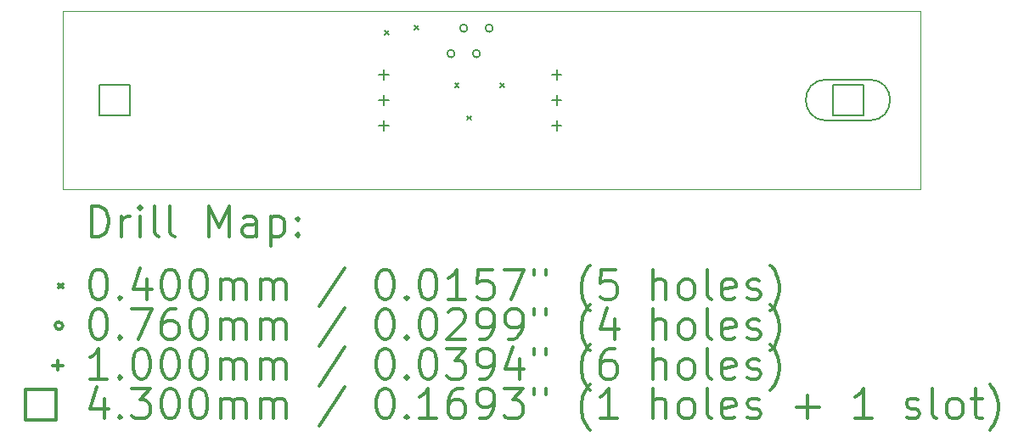
<source format=gbr>
%FSLAX45Y45*%
G04 Gerber Fmt 4.5, Leading zero omitted, Abs format (unit mm)*
G04 Created by KiCad (PCBNEW 5.1.10) date 2021-12-13 09:12:57*
%MOMM*%
%LPD*%
G01*
G04 APERTURE LIST*
%TA.AperFunction,Profile*%
%ADD10C,0.100000*%
%TD*%
%ADD11C,0.200000*%
%ADD12C,0.300000*%
G04 APERTURE END LIST*
D10*
X17980000Y-9510000D02*
X18410000Y-9510000D01*
X17980000Y-7730000D02*
X18410000Y-7730000D01*
X18410000Y-7730000D02*
X18410000Y-8600000D01*
X9860000Y-7730000D02*
X17980000Y-7730000D01*
X9860000Y-8600000D02*
X9860000Y-7730000D01*
X9860000Y-9510000D02*
X17980000Y-9510000D01*
X18410000Y-8600000D02*
X18410000Y-9510000D01*
X9860000Y-8600000D02*
X9860000Y-9510000D01*
D11*
X13065000Y-7930000D02*
X13105000Y-7970000D01*
X13105000Y-7930000D02*
X13065000Y-7970000D01*
X13365000Y-7880000D02*
X13405000Y-7920000D01*
X13405000Y-7880000D02*
X13365000Y-7920000D01*
X13765000Y-8455000D02*
X13805000Y-8495000D01*
X13805000Y-8455000D02*
X13765000Y-8495000D01*
X13890000Y-8780000D02*
X13930000Y-8820000D01*
X13930000Y-8780000D02*
X13890000Y-8820000D01*
X14215000Y-8455000D02*
X14255000Y-8495000D01*
X14255000Y-8455000D02*
X14215000Y-8495000D01*
X13764500Y-8157000D02*
G75*
G03*
X13764500Y-8157000I-38000J0D01*
G01*
X13891500Y-7903000D02*
G75*
G03*
X13891500Y-7903000I-38000J0D01*
G01*
X14018500Y-8157000D02*
G75*
G03*
X14018500Y-8157000I-38000J0D01*
G01*
X14145500Y-7903000D02*
G75*
G03*
X14145500Y-7903000I-38000J0D01*
G01*
X13060000Y-8317500D02*
X13060000Y-8417500D01*
X13010000Y-8367500D02*
X13110000Y-8367500D01*
X13060000Y-8571500D02*
X13060000Y-8671500D01*
X13010000Y-8621500D02*
X13110000Y-8621500D01*
X13060000Y-8825500D02*
X13060000Y-8925500D01*
X13010000Y-8875500D02*
X13110000Y-8875500D01*
X14780000Y-8314500D02*
X14780000Y-8414500D01*
X14730000Y-8364500D02*
X14830000Y-8364500D01*
X14780000Y-8568500D02*
X14780000Y-8668500D01*
X14730000Y-8618500D02*
X14830000Y-8618500D01*
X14780000Y-8822500D02*
X14780000Y-8922500D01*
X14730000Y-8872500D02*
X14830000Y-8872500D01*
X10522029Y-8772029D02*
X10522029Y-8467971D01*
X10217971Y-8467971D01*
X10217971Y-8772029D01*
X10522029Y-8772029D01*
X17837029Y-8772029D02*
X17837029Y-8467971D01*
X17532971Y-8467971D01*
X17532971Y-8772029D01*
X17837029Y-8772029D01*
X17470000Y-8825000D02*
X17900000Y-8825000D01*
X17470000Y-8415000D02*
X17900000Y-8415000D01*
X17900000Y-8825000D02*
G75*
G03*
X17900000Y-8415000I0J205000D01*
G01*
X17470000Y-8415000D02*
G75*
G03*
X17470000Y-8825000I0J-205000D01*
G01*
D12*
X10141428Y-9980714D02*
X10141428Y-9680714D01*
X10212857Y-9680714D01*
X10255714Y-9695000D01*
X10284286Y-9723572D01*
X10298571Y-9752143D01*
X10312857Y-9809286D01*
X10312857Y-9852143D01*
X10298571Y-9909286D01*
X10284286Y-9937857D01*
X10255714Y-9966429D01*
X10212857Y-9980714D01*
X10141428Y-9980714D01*
X10441428Y-9980714D02*
X10441428Y-9780714D01*
X10441428Y-9837857D02*
X10455714Y-9809286D01*
X10470000Y-9795000D01*
X10498571Y-9780714D01*
X10527143Y-9780714D01*
X10627143Y-9980714D02*
X10627143Y-9780714D01*
X10627143Y-9680714D02*
X10612857Y-9695000D01*
X10627143Y-9709286D01*
X10641428Y-9695000D01*
X10627143Y-9680714D01*
X10627143Y-9709286D01*
X10812857Y-9980714D02*
X10784286Y-9966429D01*
X10770000Y-9937857D01*
X10770000Y-9680714D01*
X10970000Y-9980714D02*
X10941428Y-9966429D01*
X10927143Y-9937857D01*
X10927143Y-9680714D01*
X11312857Y-9980714D02*
X11312857Y-9680714D01*
X11412857Y-9895000D01*
X11512857Y-9680714D01*
X11512857Y-9980714D01*
X11784286Y-9980714D02*
X11784286Y-9823572D01*
X11770000Y-9795000D01*
X11741428Y-9780714D01*
X11684286Y-9780714D01*
X11655714Y-9795000D01*
X11784286Y-9966429D02*
X11755714Y-9980714D01*
X11684286Y-9980714D01*
X11655714Y-9966429D01*
X11641428Y-9937857D01*
X11641428Y-9909286D01*
X11655714Y-9880714D01*
X11684286Y-9866429D01*
X11755714Y-9866429D01*
X11784286Y-9852143D01*
X11927143Y-9780714D02*
X11927143Y-10080714D01*
X11927143Y-9795000D02*
X11955714Y-9780714D01*
X12012857Y-9780714D01*
X12041428Y-9795000D01*
X12055714Y-9809286D01*
X12070000Y-9837857D01*
X12070000Y-9923572D01*
X12055714Y-9952143D01*
X12041428Y-9966429D01*
X12012857Y-9980714D01*
X11955714Y-9980714D01*
X11927143Y-9966429D01*
X12198571Y-9952143D02*
X12212857Y-9966429D01*
X12198571Y-9980714D01*
X12184286Y-9966429D01*
X12198571Y-9952143D01*
X12198571Y-9980714D01*
X12198571Y-9795000D02*
X12212857Y-9809286D01*
X12198571Y-9823572D01*
X12184286Y-9809286D01*
X12198571Y-9795000D01*
X12198571Y-9823572D01*
X9815000Y-10455000D02*
X9855000Y-10495000D01*
X9855000Y-10455000D02*
X9815000Y-10495000D01*
X10198571Y-10310714D02*
X10227143Y-10310714D01*
X10255714Y-10325000D01*
X10270000Y-10339286D01*
X10284286Y-10367857D01*
X10298571Y-10425000D01*
X10298571Y-10496429D01*
X10284286Y-10553572D01*
X10270000Y-10582143D01*
X10255714Y-10596429D01*
X10227143Y-10610714D01*
X10198571Y-10610714D01*
X10170000Y-10596429D01*
X10155714Y-10582143D01*
X10141428Y-10553572D01*
X10127143Y-10496429D01*
X10127143Y-10425000D01*
X10141428Y-10367857D01*
X10155714Y-10339286D01*
X10170000Y-10325000D01*
X10198571Y-10310714D01*
X10427143Y-10582143D02*
X10441428Y-10596429D01*
X10427143Y-10610714D01*
X10412857Y-10596429D01*
X10427143Y-10582143D01*
X10427143Y-10610714D01*
X10698571Y-10410714D02*
X10698571Y-10610714D01*
X10627143Y-10296429D02*
X10555714Y-10510714D01*
X10741428Y-10510714D01*
X10912857Y-10310714D02*
X10941428Y-10310714D01*
X10970000Y-10325000D01*
X10984286Y-10339286D01*
X10998571Y-10367857D01*
X11012857Y-10425000D01*
X11012857Y-10496429D01*
X10998571Y-10553572D01*
X10984286Y-10582143D01*
X10970000Y-10596429D01*
X10941428Y-10610714D01*
X10912857Y-10610714D01*
X10884286Y-10596429D01*
X10870000Y-10582143D01*
X10855714Y-10553572D01*
X10841428Y-10496429D01*
X10841428Y-10425000D01*
X10855714Y-10367857D01*
X10870000Y-10339286D01*
X10884286Y-10325000D01*
X10912857Y-10310714D01*
X11198571Y-10310714D02*
X11227143Y-10310714D01*
X11255714Y-10325000D01*
X11270000Y-10339286D01*
X11284286Y-10367857D01*
X11298571Y-10425000D01*
X11298571Y-10496429D01*
X11284286Y-10553572D01*
X11270000Y-10582143D01*
X11255714Y-10596429D01*
X11227143Y-10610714D01*
X11198571Y-10610714D01*
X11170000Y-10596429D01*
X11155714Y-10582143D01*
X11141428Y-10553572D01*
X11127143Y-10496429D01*
X11127143Y-10425000D01*
X11141428Y-10367857D01*
X11155714Y-10339286D01*
X11170000Y-10325000D01*
X11198571Y-10310714D01*
X11427143Y-10610714D02*
X11427143Y-10410714D01*
X11427143Y-10439286D02*
X11441428Y-10425000D01*
X11470000Y-10410714D01*
X11512857Y-10410714D01*
X11541428Y-10425000D01*
X11555714Y-10453572D01*
X11555714Y-10610714D01*
X11555714Y-10453572D02*
X11570000Y-10425000D01*
X11598571Y-10410714D01*
X11641428Y-10410714D01*
X11670000Y-10425000D01*
X11684286Y-10453572D01*
X11684286Y-10610714D01*
X11827143Y-10610714D02*
X11827143Y-10410714D01*
X11827143Y-10439286D02*
X11841428Y-10425000D01*
X11870000Y-10410714D01*
X11912857Y-10410714D01*
X11941428Y-10425000D01*
X11955714Y-10453572D01*
X11955714Y-10610714D01*
X11955714Y-10453572D02*
X11970000Y-10425000D01*
X11998571Y-10410714D01*
X12041428Y-10410714D01*
X12070000Y-10425000D01*
X12084286Y-10453572D01*
X12084286Y-10610714D01*
X12670000Y-10296429D02*
X12412857Y-10682143D01*
X13055714Y-10310714D02*
X13084286Y-10310714D01*
X13112857Y-10325000D01*
X13127143Y-10339286D01*
X13141428Y-10367857D01*
X13155714Y-10425000D01*
X13155714Y-10496429D01*
X13141428Y-10553572D01*
X13127143Y-10582143D01*
X13112857Y-10596429D01*
X13084286Y-10610714D01*
X13055714Y-10610714D01*
X13027143Y-10596429D01*
X13012857Y-10582143D01*
X12998571Y-10553572D01*
X12984286Y-10496429D01*
X12984286Y-10425000D01*
X12998571Y-10367857D01*
X13012857Y-10339286D01*
X13027143Y-10325000D01*
X13055714Y-10310714D01*
X13284286Y-10582143D02*
X13298571Y-10596429D01*
X13284286Y-10610714D01*
X13270000Y-10596429D01*
X13284286Y-10582143D01*
X13284286Y-10610714D01*
X13484286Y-10310714D02*
X13512857Y-10310714D01*
X13541428Y-10325000D01*
X13555714Y-10339286D01*
X13570000Y-10367857D01*
X13584286Y-10425000D01*
X13584286Y-10496429D01*
X13570000Y-10553572D01*
X13555714Y-10582143D01*
X13541428Y-10596429D01*
X13512857Y-10610714D01*
X13484286Y-10610714D01*
X13455714Y-10596429D01*
X13441428Y-10582143D01*
X13427143Y-10553572D01*
X13412857Y-10496429D01*
X13412857Y-10425000D01*
X13427143Y-10367857D01*
X13441428Y-10339286D01*
X13455714Y-10325000D01*
X13484286Y-10310714D01*
X13870000Y-10610714D02*
X13698571Y-10610714D01*
X13784286Y-10610714D02*
X13784286Y-10310714D01*
X13755714Y-10353572D01*
X13727143Y-10382143D01*
X13698571Y-10396429D01*
X14141428Y-10310714D02*
X13998571Y-10310714D01*
X13984286Y-10453572D01*
X13998571Y-10439286D01*
X14027143Y-10425000D01*
X14098571Y-10425000D01*
X14127143Y-10439286D01*
X14141428Y-10453572D01*
X14155714Y-10482143D01*
X14155714Y-10553572D01*
X14141428Y-10582143D01*
X14127143Y-10596429D01*
X14098571Y-10610714D01*
X14027143Y-10610714D01*
X13998571Y-10596429D01*
X13984286Y-10582143D01*
X14255714Y-10310714D02*
X14455714Y-10310714D01*
X14327143Y-10610714D01*
X14555714Y-10310714D02*
X14555714Y-10367857D01*
X14670000Y-10310714D02*
X14670000Y-10367857D01*
X15112857Y-10725000D02*
X15098571Y-10710714D01*
X15070000Y-10667857D01*
X15055714Y-10639286D01*
X15041428Y-10596429D01*
X15027143Y-10525000D01*
X15027143Y-10467857D01*
X15041428Y-10396429D01*
X15055714Y-10353572D01*
X15070000Y-10325000D01*
X15098571Y-10282143D01*
X15112857Y-10267857D01*
X15370000Y-10310714D02*
X15227143Y-10310714D01*
X15212857Y-10453572D01*
X15227143Y-10439286D01*
X15255714Y-10425000D01*
X15327143Y-10425000D01*
X15355714Y-10439286D01*
X15370000Y-10453572D01*
X15384286Y-10482143D01*
X15384286Y-10553572D01*
X15370000Y-10582143D01*
X15355714Y-10596429D01*
X15327143Y-10610714D01*
X15255714Y-10610714D01*
X15227143Y-10596429D01*
X15212857Y-10582143D01*
X15741428Y-10610714D02*
X15741428Y-10310714D01*
X15870000Y-10610714D02*
X15870000Y-10453572D01*
X15855714Y-10425000D01*
X15827143Y-10410714D01*
X15784286Y-10410714D01*
X15755714Y-10425000D01*
X15741428Y-10439286D01*
X16055714Y-10610714D02*
X16027143Y-10596429D01*
X16012857Y-10582143D01*
X15998571Y-10553572D01*
X15998571Y-10467857D01*
X16012857Y-10439286D01*
X16027143Y-10425000D01*
X16055714Y-10410714D01*
X16098571Y-10410714D01*
X16127143Y-10425000D01*
X16141428Y-10439286D01*
X16155714Y-10467857D01*
X16155714Y-10553572D01*
X16141428Y-10582143D01*
X16127143Y-10596429D01*
X16098571Y-10610714D01*
X16055714Y-10610714D01*
X16327143Y-10610714D02*
X16298571Y-10596429D01*
X16284286Y-10567857D01*
X16284286Y-10310714D01*
X16555714Y-10596429D02*
X16527143Y-10610714D01*
X16470000Y-10610714D01*
X16441428Y-10596429D01*
X16427143Y-10567857D01*
X16427143Y-10453572D01*
X16441428Y-10425000D01*
X16470000Y-10410714D01*
X16527143Y-10410714D01*
X16555714Y-10425000D01*
X16570000Y-10453572D01*
X16570000Y-10482143D01*
X16427143Y-10510714D01*
X16684286Y-10596429D02*
X16712857Y-10610714D01*
X16770000Y-10610714D01*
X16798571Y-10596429D01*
X16812857Y-10567857D01*
X16812857Y-10553572D01*
X16798571Y-10525000D01*
X16770000Y-10510714D01*
X16727143Y-10510714D01*
X16698571Y-10496429D01*
X16684286Y-10467857D01*
X16684286Y-10453572D01*
X16698571Y-10425000D01*
X16727143Y-10410714D01*
X16770000Y-10410714D01*
X16798571Y-10425000D01*
X16912857Y-10725000D02*
X16927143Y-10710714D01*
X16955714Y-10667857D01*
X16970000Y-10639286D01*
X16984286Y-10596429D01*
X16998571Y-10525000D01*
X16998571Y-10467857D01*
X16984286Y-10396429D01*
X16970000Y-10353572D01*
X16955714Y-10325000D01*
X16927143Y-10282143D01*
X16912857Y-10267857D01*
X9855000Y-10871000D02*
G75*
G03*
X9855000Y-10871000I-38000J0D01*
G01*
X10198571Y-10706714D02*
X10227143Y-10706714D01*
X10255714Y-10721000D01*
X10270000Y-10735286D01*
X10284286Y-10763857D01*
X10298571Y-10821000D01*
X10298571Y-10892429D01*
X10284286Y-10949572D01*
X10270000Y-10978143D01*
X10255714Y-10992429D01*
X10227143Y-11006714D01*
X10198571Y-11006714D01*
X10170000Y-10992429D01*
X10155714Y-10978143D01*
X10141428Y-10949572D01*
X10127143Y-10892429D01*
X10127143Y-10821000D01*
X10141428Y-10763857D01*
X10155714Y-10735286D01*
X10170000Y-10721000D01*
X10198571Y-10706714D01*
X10427143Y-10978143D02*
X10441428Y-10992429D01*
X10427143Y-11006714D01*
X10412857Y-10992429D01*
X10427143Y-10978143D01*
X10427143Y-11006714D01*
X10541428Y-10706714D02*
X10741428Y-10706714D01*
X10612857Y-11006714D01*
X10984286Y-10706714D02*
X10927143Y-10706714D01*
X10898571Y-10721000D01*
X10884286Y-10735286D01*
X10855714Y-10778143D01*
X10841428Y-10835286D01*
X10841428Y-10949572D01*
X10855714Y-10978143D01*
X10870000Y-10992429D01*
X10898571Y-11006714D01*
X10955714Y-11006714D01*
X10984286Y-10992429D01*
X10998571Y-10978143D01*
X11012857Y-10949572D01*
X11012857Y-10878143D01*
X10998571Y-10849572D01*
X10984286Y-10835286D01*
X10955714Y-10821000D01*
X10898571Y-10821000D01*
X10870000Y-10835286D01*
X10855714Y-10849572D01*
X10841428Y-10878143D01*
X11198571Y-10706714D02*
X11227143Y-10706714D01*
X11255714Y-10721000D01*
X11270000Y-10735286D01*
X11284286Y-10763857D01*
X11298571Y-10821000D01*
X11298571Y-10892429D01*
X11284286Y-10949572D01*
X11270000Y-10978143D01*
X11255714Y-10992429D01*
X11227143Y-11006714D01*
X11198571Y-11006714D01*
X11170000Y-10992429D01*
X11155714Y-10978143D01*
X11141428Y-10949572D01*
X11127143Y-10892429D01*
X11127143Y-10821000D01*
X11141428Y-10763857D01*
X11155714Y-10735286D01*
X11170000Y-10721000D01*
X11198571Y-10706714D01*
X11427143Y-11006714D02*
X11427143Y-10806714D01*
X11427143Y-10835286D02*
X11441428Y-10821000D01*
X11470000Y-10806714D01*
X11512857Y-10806714D01*
X11541428Y-10821000D01*
X11555714Y-10849572D01*
X11555714Y-11006714D01*
X11555714Y-10849572D02*
X11570000Y-10821000D01*
X11598571Y-10806714D01*
X11641428Y-10806714D01*
X11670000Y-10821000D01*
X11684286Y-10849572D01*
X11684286Y-11006714D01*
X11827143Y-11006714D02*
X11827143Y-10806714D01*
X11827143Y-10835286D02*
X11841428Y-10821000D01*
X11870000Y-10806714D01*
X11912857Y-10806714D01*
X11941428Y-10821000D01*
X11955714Y-10849572D01*
X11955714Y-11006714D01*
X11955714Y-10849572D02*
X11970000Y-10821000D01*
X11998571Y-10806714D01*
X12041428Y-10806714D01*
X12070000Y-10821000D01*
X12084286Y-10849572D01*
X12084286Y-11006714D01*
X12670000Y-10692429D02*
X12412857Y-11078143D01*
X13055714Y-10706714D02*
X13084286Y-10706714D01*
X13112857Y-10721000D01*
X13127143Y-10735286D01*
X13141428Y-10763857D01*
X13155714Y-10821000D01*
X13155714Y-10892429D01*
X13141428Y-10949572D01*
X13127143Y-10978143D01*
X13112857Y-10992429D01*
X13084286Y-11006714D01*
X13055714Y-11006714D01*
X13027143Y-10992429D01*
X13012857Y-10978143D01*
X12998571Y-10949572D01*
X12984286Y-10892429D01*
X12984286Y-10821000D01*
X12998571Y-10763857D01*
X13012857Y-10735286D01*
X13027143Y-10721000D01*
X13055714Y-10706714D01*
X13284286Y-10978143D02*
X13298571Y-10992429D01*
X13284286Y-11006714D01*
X13270000Y-10992429D01*
X13284286Y-10978143D01*
X13284286Y-11006714D01*
X13484286Y-10706714D02*
X13512857Y-10706714D01*
X13541428Y-10721000D01*
X13555714Y-10735286D01*
X13570000Y-10763857D01*
X13584286Y-10821000D01*
X13584286Y-10892429D01*
X13570000Y-10949572D01*
X13555714Y-10978143D01*
X13541428Y-10992429D01*
X13512857Y-11006714D01*
X13484286Y-11006714D01*
X13455714Y-10992429D01*
X13441428Y-10978143D01*
X13427143Y-10949572D01*
X13412857Y-10892429D01*
X13412857Y-10821000D01*
X13427143Y-10763857D01*
X13441428Y-10735286D01*
X13455714Y-10721000D01*
X13484286Y-10706714D01*
X13698571Y-10735286D02*
X13712857Y-10721000D01*
X13741428Y-10706714D01*
X13812857Y-10706714D01*
X13841428Y-10721000D01*
X13855714Y-10735286D01*
X13870000Y-10763857D01*
X13870000Y-10792429D01*
X13855714Y-10835286D01*
X13684286Y-11006714D01*
X13870000Y-11006714D01*
X14012857Y-11006714D02*
X14070000Y-11006714D01*
X14098571Y-10992429D01*
X14112857Y-10978143D01*
X14141428Y-10935286D01*
X14155714Y-10878143D01*
X14155714Y-10763857D01*
X14141428Y-10735286D01*
X14127143Y-10721000D01*
X14098571Y-10706714D01*
X14041428Y-10706714D01*
X14012857Y-10721000D01*
X13998571Y-10735286D01*
X13984286Y-10763857D01*
X13984286Y-10835286D01*
X13998571Y-10863857D01*
X14012857Y-10878143D01*
X14041428Y-10892429D01*
X14098571Y-10892429D01*
X14127143Y-10878143D01*
X14141428Y-10863857D01*
X14155714Y-10835286D01*
X14298571Y-11006714D02*
X14355714Y-11006714D01*
X14384286Y-10992429D01*
X14398571Y-10978143D01*
X14427143Y-10935286D01*
X14441428Y-10878143D01*
X14441428Y-10763857D01*
X14427143Y-10735286D01*
X14412857Y-10721000D01*
X14384286Y-10706714D01*
X14327143Y-10706714D01*
X14298571Y-10721000D01*
X14284286Y-10735286D01*
X14270000Y-10763857D01*
X14270000Y-10835286D01*
X14284286Y-10863857D01*
X14298571Y-10878143D01*
X14327143Y-10892429D01*
X14384286Y-10892429D01*
X14412857Y-10878143D01*
X14427143Y-10863857D01*
X14441428Y-10835286D01*
X14555714Y-10706714D02*
X14555714Y-10763857D01*
X14670000Y-10706714D02*
X14670000Y-10763857D01*
X15112857Y-11121000D02*
X15098571Y-11106714D01*
X15070000Y-11063857D01*
X15055714Y-11035286D01*
X15041428Y-10992429D01*
X15027143Y-10921000D01*
X15027143Y-10863857D01*
X15041428Y-10792429D01*
X15055714Y-10749572D01*
X15070000Y-10721000D01*
X15098571Y-10678143D01*
X15112857Y-10663857D01*
X15355714Y-10806714D02*
X15355714Y-11006714D01*
X15284286Y-10692429D02*
X15212857Y-10906714D01*
X15398571Y-10906714D01*
X15741428Y-11006714D02*
X15741428Y-10706714D01*
X15870000Y-11006714D02*
X15870000Y-10849572D01*
X15855714Y-10821000D01*
X15827143Y-10806714D01*
X15784286Y-10806714D01*
X15755714Y-10821000D01*
X15741428Y-10835286D01*
X16055714Y-11006714D02*
X16027143Y-10992429D01*
X16012857Y-10978143D01*
X15998571Y-10949572D01*
X15998571Y-10863857D01*
X16012857Y-10835286D01*
X16027143Y-10821000D01*
X16055714Y-10806714D01*
X16098571Y-10806714D01*
X16127143Y-10821000D01*
X16141428Y-10835286D01*
X16155714Y-10863857D01*
X16155714Y-10949572D01*
X16141428Y-10978143D01*
X16127143Y-10992429D01*
X16098571Y-11006714D01*
X16055714Y-11006714D01*
X16327143Y-11006714D02*
X16298571Y-10992429D01*
X16284286Y-10963857D01*
X16284286Y-10706714D01*
X16555714Y-10992429D02*
X16527143Y-11006714D01*
X16470000Y-11006714D01*
X16441428Y-10992429D01*
X16427143Y-10963857D01*
X16427143Y-10849572D01*
X16441428Y-10821000D01*
X16470000Y-10806714D01*
X16527143Y-10806714D01*
X16555714Y-10821000D01*
X16570000Y-10849572D01*
X16570000Y-10878143D01*
X16427143Y-10906714D01*
X16684286Y-10992429D02*
X16712857Y-11006714D01*
X16770000Y-11006714D01*
X16798571Y-10992429D01*
X16812857Y-10963857D01*
X16812857Y-10949572D01*
X16798571Y-10921000D01*
X16770000Y-10906714D01*
X16727143Y-10906714D01*
X16698571Y-10892429D01*
X16684286Y-10863857D01*
X16684286Y-10849572D01*
X16698571Y-10821000D01*
X16727143Y-10806714D01*
X16770000Y-10806714D01*
X16798571Y-10821000D01*
X16912857Y-11121000D02*
X16927143Y-11106714D01*
X16955714Y-11063857D01*
X16970000Y-11035286D01*
X16984286Y-10992429D01*
X16998571Y-10921000D01*
X16998571Y-10863857D01*
X16984286Y-10792429D01*
X16970000Y-10749572D01*
X16955714Y-10721000D01*
X16927143Y-10678143D01*
X16912857Y-10663857D01*
X9805000Y-11217000D02*
X9805000Y-11317000D01*
X9755000Y-11267000D02*
X9855000Y-11267000D01*
X10298571Y-11402714D02*
X10127143Y-11402714D01*
X10212857Y-11402714D02*
X10212857Y-11102714D01*
X10184286Y-11145572D01*
X10155714Y-11174143D01*
X10127143Y-11188429D01*
X10427143Y-11374143D02*
X10441428Y-11388429D01*
X10427143Y-11402714D01*
X10412857Y-11388429D01*
X10427143Y-11374143D01*
X10427143Y-11402714D01*
X10627143Y-11102714D02*
X10655714Y-11102714D01*
X10684286Y-11117000D01*
X10698571Y-11131286D01*
X10712857Y-11159857D01*
X10727143Y-11217000D01*
X10727143Y-11288429D01*
X10712857Y-11345571D01*
X10698571Y-11374143D01*
X10684286Y-11388429D01*
X10655714Y-11402714D01*
X10627143Y-11402714D01*
X10598571Y-11388429D01*
X10584286Y-11374143D01*
X10570000Y-11345571D01*
X10555714Y-11288429D01*
X10555714Y-11217000D01*
X10570000Y-11159857D01*
X10584286Y-11131286D01*
X10598571Y-11117000D01*
X10627143Y-11102714D01*
X10912857Y-11102714D02*
X10941428Y-11102714D01*
X10970000Y-11117000D01*
X10984286Y-11131286D01*
X10998571Y-11159857D01*
X11012857Y-11217000D01*
X11012857Y-11288429D01*
X10998571Y-11345571D01*
X10984286Y-11374143D01*
X10970000Y-11388429D01*
X10941428Y-11402714D01*
X10912857Y-11402714D01*
X10884286Y-11388429D01*
X10870000Y-11374143D01*
X10855714Y-11345571D01*
X10841428Y-11288429D01*
X10841428Y-11217000D01*
X10855714Y-11159857D01*
X10870000Y-11131286D01*
X10884286Y-11117000D01*
X10912857Y-11102714D01*
X11198571Y-11102714D02*
X11227143Y-11102714D01*
X11255714Y-11117000D01*
X11270000Y-11131286D01*
X11284286Y-11159857D01*
X11298571Y-11217000D01*
X11298571Y-11288429D01*
X11284286Y-11345571D01*
X11270000Y-11374143D01*
X11255714Y-11388429D01*
X11227143Y-11402714D01*
X11198571Y-11402714D01*
X11170000Y-11388429D01*
X11155714Y-11374143D01*
X11141428Y-11345571D01*
X11127143Y-11288429D01*
X11127143Y-11217000D01*
X11141428Y-11159857D01*
X11155714Y-11131286D01*
X11170000Y-11117000D01*
X11198571Y-11102714D01*
X11427143Y-11402714D02*
X11427143Y-11202714D01*
X11427143Y-11231286D02*
X11441428Y-11217000D01*
X11470000Y-11202714D01*
X11512857Y-11202714D01*
X11541428Y-11217000D01*
X11555714Y-11245571D01*
X11555714Y-11402714D01*
X11555714Y-11245571D02*
X11570000Y-11217000D01*
X11598571Y-11202714D01*
X11641428Y-11202714D01*
X11670000Y-11217000D01*
X11684286Y-11245571D01*
X11684286Y-11402714D01*
X11827143Y-11402714D02*
X11827143Y-11202714D01*
X11827143Y-11231286D02*
X11841428Y-11217000D01*
X11870000Y-11202714D01*
X11912857Y-11202714D01*
X11941428Y-11217000D01*
X11955714Y-11245571D01*
X11955714Y-11402714D01*
X11955714Y-11245571D02*
X11970000Y-11217000D01*
X11998571Y-11202714D01*
X12041428Y-11202714D01*
X12070000Y-11217000D01*
X12084286Y-11245571D01*
X12084286Y-11402714D01*
X12670000Y-11088429D02*
X12412857Y-11474143D01*
X13055714Y-11102714D02*
X13084286Y-11102714D01*
X13112857Y-11117000D01*
X13127143Y-11131286D01*
X13141428Y-11159857D01*
X13155714Y-11217000D01*
X13155714Y-11288429D01*
X13141428Y-11345571D01*
X13127143Y-11374143D01*
X13112857Y-11388429D01*
X13084286Y-11402714D01*
X13055714Y-11402714D01*
X13027143Y-11388429D01*
X13012857Y-11374143D01*
X12998571Y-11345571D01*
X12984286Y-11288429D01*
X12984286Y-11217000D01*
X12998571Y-11159857D01*
X13012857Y-11131286D01*
X13027143Y-11117000D01*
X13055714Y-11102714D01*
X13284286Y-11374143D02*
X13298571Y-11388429D01*
X13284286Y-11402714D01*
X13270000Y-11388429D01*
X13284286Y-11374143D01*
X13284286Y-11402714D01*
X13484286Y-11102714D02*
X13512857Y-11102714D01*
X13541428Y-11117000D01*
X13555714Y-11131286D01*
X13570000Y-11159857D01*
X13584286Y-11217000D01*
X13584286Y-11288429D01*
X13570000Y-11345571D01*
X13555714Y-11374143D01*
X13541428Y-11388429D01*
X13512857Y-11402714D01*
X13484286Y-11402714D01*
X13455714Y-11388429D01*
X13441428Y-11374143D01*
X13427143Y-11345571D01*
X13412857Y-11288429D01*
X13412857Y-11217000D01*
X13427143Y-11159857D01*
X13441428Y-11131286D01*
X13455714Y-11117000D01*
X13484286Y-11102714D01*
X13684286Y-11102714D02*
X13870000Y-11102714D01*
X13770000Y-11217000D01*
X13812857Y-11217000D01*
X13841428Y-11231286D01*
X13855714Y-11245571D01*
X13870000Y-11274143D01*
X13870000Y-11345571D01*
X13855714Y-11374143D01*
X13841428Y-11388429D01*
X13812857Y-11402714D01*
X13727143Y-11402714D01*
X13698571Y-11388429D01*
X13684286Y-11374143D01*
X14012857Y-11402714D02*
X14070000Y-11402714D01*
X14098571Y-11388429D01*
X14112857Y-11374143D01*
X14141428Y-11331286D01*
X14155714Y-11274143D01*
X14155714Y-11159857D01*
X14141428Y-11131286D01*
X14127143Y-11117000D01*
X14098571Y-11102714D01*
X14041428Y-11102714D01*
X14012857Y-11117000D01*
X13998571Y-11131286D01*
X13984286Y-11159857D01*
X13984286Y-11231286D01*
X13998571Y-11259857D01*
X14012857Y-11274143D01*
X14041428Y-11288429D01*
X14098571Y-11288429D01*
X14127143Y-11274143D01*
X14141428Y-11259857D01*
X14155714Y-11231286D01*
X14412857Y-11202714D02*
X14412857Y-11402714D01*
X14341428Y-11088429D02*
X14270000Y-11302714D01*
X14455714Y-11302714D01*
X14555714Y-11102714D02*
X14555714Y-11159857D01*
X14670000Y-11102714D02*
X14670000Y-11159857D01*
X15112857Y-11517000D02*
X15098571Y-11502714D01*
X15070000Y-11459857D01*
X15055714Y-11431286D01*
X15041428Y-11388429D01*
X15027143Y-11317000D01*
X15027143Y-11259857D01*
X15041428Y-11188429D01*
X15055714Y-11145572D01*
X15070000Y-11117000D01*
X15098571Y-11074143D01*
X15112857Y-11059857D01*
X15355714Y-11102714D02*
X15298571Y-11102714D01*
X15270000Y-11117000D01*
X15255714Y-11131286D01*
X15227143Y-11174143D01*
X15212857Y-11231286D01*
X15212857Y-11345571D01*
X15227143Y-11374143D01*
X15241428Y-11388429D01*
X15270000Y-11402714D01*
X15327143Y-11402714D01*
X15355714Y-11388429D01*
X15370000Y-11374143D01*
X15384286Y-11345571D01*
X15384286Y-11274143D01*
X15370000Y-11245571D01*
X15355714Y-11231286D01*
X15327143Y-11217000D01*
X15270000Y-11217000D01*
X15241428Y-11231286D01*
X15227143Y-11245571D01*
X15212857Y-11274143D01*
X15741428Y-11402714D02*
X15741428Y-11102714D01*
X15870000Y-11402714D02*
X15870000Y-11245571D01*
X15855714Y-11217000D01*
X15827143Y-11202714D01*
X15784286Y-11202714D01*
X15755714Y-11217000D01*
X15741428Y-11231286D01*
X16055714Y-11402714D02*
X16027143Y-11388429D01*
X16012857Y-11374143D01*
X15998571Y-11345571D01*
X15998571Y-11259857D01*
X16012857Y-11231286D01*
X16027143Y-11217000D01*
X16055714Y-11202714D01*
X16098571Y-11202714D01*
X16127143Y-11217000D01*
X16141428Y-11231286D01*
X16155714Y-11259857D01*
X16155714Y-11345571D01*
X16141428Y-11374143D01*
X16127143Y-11388429D01*
X16098571Y-11402714D01*
X16055714Y-11402714D01*
X16327143Y-11402714D02*
X16298571Y-11388429D01*
X16284286Y-11359857D01*
X16284286Y-11102714D01*
X16555714Y-11388429D02*
X16527143Y-11402714D01*
X16470000Y-11402714D01*
X16441428Y-11388429D01*
X16427143Y-11359857D01*
X16427143Y-11245571D01*
X16441428Y-11217000D01*
X16470000Y-11202714D01*
X16527143Y-11202714D01*
X16555714Y-11217000D01*
X16570000Y-11245571D01*
X16570000Y-11274143D01*
X16427143Y-11302714D01*
X16684286Y-11388429D02*
X16712857Y-11402714D01*
X16770000Y-11402714D01*
X16798571Y-11388429D01*
X16812857Y-11359857D01*
X16812857Y-11345571D01*
X16798571Y-11317000D01*
X16770000Y-11302714D01*
X16727143Y-11302714D01*
X16698571Y-11288429D01*
X16684286Y-11259857D01*
X16684286Y-11245571D01*
X16698571Y-11217000D01*
X16727143Y-11202714D01*
X16770000Y-11202714D01*
X16798571Y-11217000D01*
X16912857Y-11517000D02*
X16927143Y-11502714D01*
X16955714Y-11459857D01*
X16970000Y-11431286D01*
X16984286Y-11388429D01*
X16998571Y-11317000D01*
X16998571Y-11259857D01*
X16984286Y-11188429D01*
X16970000Y-11145572D01*
X16955714Y-11117000D01*
X16927143Y-11074143D01*
X16912857Y-11059857D01*
X9792029Y-11815029D02*
X9792029Y-11510971D01*
X9487971Y-11510971D01*
X9487971Y-11815029D01*
X9792029Y-11815029D01*
X10270000Y-11598714D02*
X10270000Y-11798714D01*
X10198571Y-11484429D02*
X10127143Y-11698714D01*
X10312857Y-11698714D01*
X10427143Y-11770143D02*
X10441428Y-11784429D01*
X10427143Y-11798714D01*
X10412857Y-11784429D01*
X10427143Y-11770143D01*
X10427143Y-11798714D01*
X10541428Y-11498714D02*
X10727143Y-11498714D01*
X10627143Y-11613000D01*
X10670000Y-11613000D01*
X10698571Y-11627286D01*
X10712857Y-11641571D01*
X10727143Y-11670143D01*
X10727143Y-11741571D01*
X10712857Y-11770143D01*
X10698571Y-11784429D01*
X10670000Y-11798714D01*
X10584286Y-11798714D01*
X10555714Y-11784429D01*
X10541428Y-11770143D01*
X10912857Y-11498714D02*
X10941428Y-11498714D01*
X10970000Y-11513000D01*
X10984286Y-11527286D01*
X10998571Y-11555857D01*
X11012857Y-11613000D01*
X11012857Y-11684429D01*
X10998571Y-11741571D01*
X10984286Y-11770143D01*
X10970000Y-11784429D01*
X10941428Y-11798714D01*
X10912857Y-11798714D01*
X10884286Y-11784429D01*
X10870000Y-11770143D01*
X10855714Y-11741571D01*
X10841428Y-11684429D01*
X10841428Y-11613000D01*
X10855714Y-11555857D01*
X10870000Y-11527286D01*
X10884286Y-11513000D01*
X10912857Y-11498714D01*
X11198571Y-11498714D02*
X11227143Y-11498714D01*
X11255714Y-11513000D01*
X11270000Y-11527286D01*
X11284286Y-11555857D01*
X11298571Y-11613000D01*
X11298571Y-11684429D01*
X11284286Y-11741571D01*
X11270000Y-11770143D01*
X11255714Y-11784429D01*
X11227143Y-11798714D01*
X11198571Y-11798714D01*
X11170000Y-11784429D01*
X11155714Y-11770143D01*
X11141428Y-11741571D01*
X11127143Y-11684429D01*
X11127143Y-11613000D01*
X11141428Y-11555857D01*
X11155714Y-11527286D01*
X11170000Y-11513000D01*
X11198571Y-11498714D01*
X11427143Y-11798714D02*
X11427143Y-11598714D01*
X11427143Y-11627286D02*
X11441428Y-11613000D01*
X11470000Y-11598714D01*
X11512857Y-11598714D01*
X11541428Y-11613000D01*
X11555714Y-11641571D01*
X11555714Y-11798714D01*
X11555714Y-11641571D02*
X11570000Y-11613000D01*
X11598571Y-11598714D01*
X11641428Y-11598714D01*
X11670000Y-11613000D01*
X11684286Y-11641571D01*
X11684286Y-11798714D01*
X11827143Y-11798714D02*
X11827143Y-11598714D01*
X11827143Y-11627286D02*
X11841428Y-11613000D01*
X11870000Y-11598714D01*
X11912857Y-11598714D01*
X11941428Y-11613000D01*
X11955714Y-11641571D01*
X11955714Y-11798714D01*
X11955714Y-11641571D02*
X11970000Y-11613000D01*
X11998571Y-11598714D01*
X12041428Y-11598714D01*
X12070000Y-11613000D01*
X12084286Y-11641571D01*
X12084286Y-11798714D01*
X12670000Y-11484429D02*
X12412857Y-11870143D01*
X13055714Y-11498714D02*
X13084286Y-11498714D01*
X13112857Y-11513000D01*
X13127143Y-11527286D01*
X13141428Y-11555857D01*
X13155714Y-11613000D01*
X13155714Y-11684429D01*
X13141428Y-11741571D01*
X13127143Y-11770143D01*
X13112857Y-11784429D01*
X13084286Y-11798714D01*
X13055714Y-11798714D01*
X13027143Y-11784429D01*
X13012857Y-11770143D01*
X12998571Y-11741571D01*
X12984286Y-11684429D01*
X12984286Y-11613000D01*
X12998571Y-11555857D01*
X13012857Y-11527286D01*
X13027143Y-11513000D01*
X13055714Y-11498714D01*
X13284286Y-11770143D02*
X13298571Y-11784429D01*
X13284286Y-11798714D01*
X13270000Y-11784429D01*
X13284286Y-11770143D01*
X13284286Y-11798714D01*
X13584286Y-11798714D02*
X13412857Y-11798714D01*
X13498571Y-11798714D02*
X13498571Y-11498714D01*
X13470000Y-11541571D01*
X13441428Y-11570143D01*
X13412857Y-11584429D01*
X13841428Y-11498714D02*
X13784286Y-11498714D01*
X13755714Y-11513000D01*
X13741428Y-11527286D01*
X13712857Y-11570143D01*
X13698571Y-11627286D01*
X13698571Y-11741571D01*
X13712857Y-11770143D01*
X13727143Y-11784429D01*
X13755714Y-11798714D01*
X13812857Y-11798714D01*
X13841428Y-11784429D01*
X13855714Y-11770143D01*
X13870000Y-11741571D01*
X13870000Y-11670143D01*
X13855714Y-11641571D01*
X13841428Y-11627286D01*
X13812857Y-11613000D01*
X13755714Y-11613000D01*
X13727143Y-11627286D01*
X13712857Y-11641571D01*
X13698571Y-11670143D01*
X14012857Y-11798714D02*
X14070000Y-11798714D01*
X14098571Y-11784429D01*
X14112857Y-11770143D01*
X14141428Y-11727286D01*
X14155714Y-11670143D01*
X14155714Y-11555857D01*
X14141428Y-11527286D01*
X14127143Y-11513000D01*
X14098571Y-11498714D01*
X14041428Y-11498714D01*
X14012857Y-11513000D01*
X13998571Y-11527286D01*
X13984286Y-11555857D01*
X13984286Y-11627286D01*
X13998571Y-11655857D01*
X14012857Y-11670143D01*
X14041428Y-11684429D01*
X14098571Y-11684429D01*
X14127143Y-11670143D01*
X14141428Y-11655857D01*
X14155714Y-11627286D01*
X14255714Y-11498714D02*
X14441428Y-11498714D01*
X14341428Y-11613000D01*
X14384286Y-11613000D01*
X14412857Y-11627286D01*
X14427143Y-11641571D01*
X14441428Y-11670143D01*
X14441428Y-11741571D01*
X14427143Y-11770143D01*
X14412857Y-11784429D01*
X14384286Y-11798714D01*
X14298571Y-11798714D01*
X14270000Y-11784429D01*
X14255714Y-11770143D01*
X14555714Y-11498714D02*
X14555714Y-11555857D01*
X14670000Y-11498714D02*
X14670000Y-11555857D01*
X15112857Y-11913000D02*
X15098571Y-11898714D01*
X15070000Y-11855857D01*
X15055714Y-11827286D01*
X15041428Y-11784429D01*
X15027143Y-11713000D01*
X15027143Y-11655857D01*
X15041428Y-11584429D01*
X15055714Y-11541571D01*
X15070000Y-11513000D01*
X15098571Y-11470143D01*
X15112857Y-11455857D01*
X15384286Y-11798714D02*
X15212857Y-11798714D01*
X15298571Y-11798714D02*
X15298571Y-11498714D01*
X15270000Y-11541571D01*
X15241428Y-11570143D01*
X15212857Y-11584429D01*
X15741428Y-11798714D02*
X15741428Y-11498714D01*
X15870000Y-11798714D02*
X15870000Y-11641571D01*
X15855714Y-11613000D01*
X15827143Y-11598714D01*
X15784286Y-11598714D01*
X15755714Y-11613000D01*
X15741428Y-11627286D01*
X16055714Y-11798714D02*
X16027143Y-11784429D01*
X16012857Y-11770143D01*
X15998571Y-11741571D01*
X15998571Y-11655857D01*
X16012857Y-11627286D01*
X16027143Y-11613000D01*
X16055714Y-11598714D01*
X16098571Y-11598714D01*
X16127143Y-11613000D01*
X16141428Y-11627286D01*
X16155714Y-11655857D01*
X16155714Y-11741571D01*
X16141428Y-11770143D01*
X16127143Y-11784429D01*
X16098571Y-11798714D01*
X16055714Y-11798714D01*
X16327143Y-11798714D02*
X16298571Y-11784429D01*
X16284286Y-11755857D01*
X16284286Y-11498714D01*
X16555714Y-11784429D02*
X16527143Y-11798714D01*
X16470000Y-11798714D01*
X16441428Y-11784429D01*
X16427143Y-11755857D01*
X16427143Y-11641571D01*
X16441428Y-11613000D01*
X16470000Y-11598714D01*
X16527143Y-11598714D01*
X16555714Y-11613000D01*
X16570000Y-11641571D01*
X16570000Y-11670143D01*
X16427143Y-11698714D01*
X16684286Y-11784429D02*
X16712857Y-11798714D01*
X16770000Y-11798714D01*
X16798571Y-11784429D01*
X16812857Y-11755857D01*
X16812857Y-11741571D01*
X16798571Y-11713000D01*
X16770000Y-11698714D01*
X16727143Y-11698714D01*
X16698571Y-11684429D01*
X16684286Y-11655857D01*
X16684286Y-11641571D01*
X16698571Y-11613000D01*
X16727143Y-11598714D01*
X16770000Y-11598714D01*
X16798571Y-11613000D01*
X17170000Y-11684429D02*
X17398571Y-11684429D01*
X17284286Y-11798714D02*
X17284286Y-11570143D01*
X17927143Y-11798714D02*
X17755714Y-11798714D01*
X17841428Y-11798714D02*
X17841428Y-11498714D01*
X17812857Y-11541571D01*
X17784286Y-11570143D01*
X17755714Y-11584429D01*
X18270000Y-11784429D02*
X18298571Y-11798714D01*
X18355714Y-11798714D01*
X18384286Y-11784429D01*
X18398571Y-11755857D01*
X18398571Y-11741571D01*
X18384286Y-11713000D01*
X18355714Y-11698714D01*
X18312857Y-11698714D01*
X18284286Y-11684429D01*
X18270000Y-11655857D01*
X18270000Y-11641571D01*
X18284286Y-11613000D01*
X18312857Y-11598714D01*
X18355714Y-11598714D01*
X18384286Y-11613000D01*
X18570000Y-11798714D02*
X18541428Y-11784429D01*
X18527143Y-11755857D01*
X18527143Y-11498714D01*
X18727143Y-11798714D02*
X18698571Y-11784429D01*
X18684286Y-11770143D01*
X18670000Y-11741571D01*
X18670000Y-11655857D01*
X18684286Y-11627286D01*
X18698571Y-11613000D01*
X18727143Y-11598714D01*
X18770000Y-11598714D01*
X18798571Y-11613000D01*
X18812857Y-11627286D01*
X18827143Y-11655857D01*
X18827143Y-11741571D01*
X18812857Y-11770143D01*
X18798571Y-11784429D01*
X18770000Y-11798714D01*
X18727143Y-11798714D01*
X18912857Y-11598714D02*
X19027143Y-11598714D01*
X18955714Y-11498714D02*
X18955714Y-11755857D01*
X18970000Y-11784429D01*
X18998571Y-11798714D01*
X19027143Y-11798714D01*
X19098571Y-11913000D02*
X19112857Y-11898714D01*
X19141428Y-11855857D01*
X19155714Y-11827286D01*
X19170000Y-11784429D01*
X19184286Y-11713000D01*
X19184286Y-11655857D01*
X19170000Y-11584429D01*
X19155714Y-11541571D01*
X19141428Y-11513000D01*
X19112857Y-11470143D01*
X19098571Y-11455857D01*
M02*

</source>
